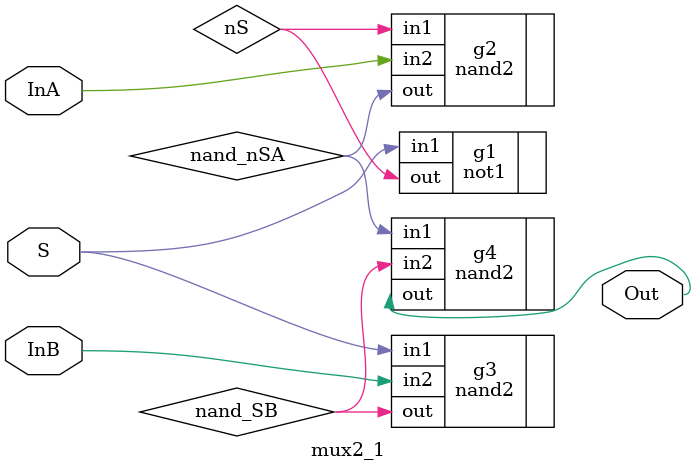
<source format=v>

module mux2_1 (input InA, input InB, input S,
		output Out);
	wire nS, nand_nSA, nand_SB;

	not1 g1 (
		.out	(nS),
		.in1	(S));
	nand2 g2 ( 
		.out	(nand_nSA),
		.in1	(nS),
		.in2	(InA));
	nand2 g3 (
		.out	(nand_SB),
		.in1	(S),
		.in2	(InB));
	nand2 g4 (
		.out	(Out),
		.in1	(nand_nSA),
		.in2	(nand_SB));

	// assign Out = mux_out;
endmodule


</source>
